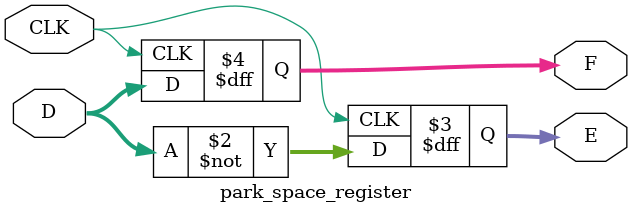
<source format=v>
module park_space_register(D, CLK, E, F);
    input CLK;
    input [3:0] D;
    output reg [3:0] E, F;

    always @ (posedge CLK) begin
        F <= D;
        E <= ~D;
    end
endmodule
</source>
